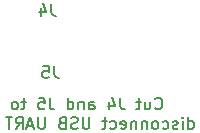
<source format=gbr>
G04 #@! TF.GenerationSoftware,KiCad,Pcbnew,5.1.5*
G04 #@! TF.CreationDate,2020-01-06T16:37:44-06:00*
G04 #@! TF.ProjectId,ATGM336H,4154474d-3333-4364-982e-6b696361645f,rev?*
G04 #@! TF.SameCoordinates,Original*
G04 #@! TF.FileFunction,Legend,Bot*
G04 #@! TF.FilePolarity,Positive*
%FSLAX46Y46*%
G04 Gerber Fmt 4.6, Leading zero omitted, Abs format (unit mm)*
G04 Created by KiCad (PCBNEW 5.1.5) date 2020-01-06 16:37:44*
%MOMM*%
%LPD*%
G04 APERTURE LIST*
%ADD10C,0.150000*%
G04 APERTURE END LIST*
D10*
X137869047Y-69282142D02*
X137916666Y-69329761D01*
X138059523Y-69377380D01*
X138154761Y-69377380D01*
X138297619Y-69329761D01*
X138392857Y-69234523D01*
X138440476Y-69139285D01*
X138488095Y-68948809D01*
X138488095Y-68805952D01*
X138440476Y-68615476D01*
X138392857Y-68520238D01*
X138297619Y-68425000D01*
X138154761Y-68377380D01*
X138059523Y-68377380D01*
X137916666Y-68425000D01*
X137869047Y-68472619D01*
X137011904Y-68710714D02*
X137011904Y-69377380D01*
X137440476Y-68710714D02*
X137440476Y-69234523D01*
X137392857Y-69329761D01*
X137297619Y-69377380D01*
X137154761Y-69377380D01*
X137059523Y-69329761D01*
X137011904Y-69282142D01*
X136678571Y-68710714D02*
X136297619Y-68710714D01*
X136535714Y-68377380D02*
X136535714Y-69234523D01*
X136488095Y-69329761D01*
X136392857Y-69377380D01*
X136297619Y-69377380D01*
X134916666Y-68377380D02*
X134916666Y-69091666D01*
X134964285Y-69234523D01*
X135059523Y-69329761D01*
X135202380Y-69377380D01*
X135297619Y-69377380D01*
X134011904Y-68710714D02*
X134011904Y-69377380D01*
X134250000Y-68329761D02*
X134488095Y-69044047D01*
X133869047Y-69044047D01*
X132297619Y-69377380D02*
X132297619Y-68853571D01*
X132345238Y-68758333D01*
X132440476Y-68710714D01*
X132630952Y-68710714D01*
X132726190Y-68758333D01*
X132297619Y-69329761D02*
X132392857Y-69377380D01*
X132630952Y-69377380D01*
X132726190Y-69329761D01*
X132773809Y-69234523D01*
X132773809Y-69139285D01*
X132726190Y-69044047D01*
X132630952Y-68996428D01*
X132392857Y-68996428D01*
X132297619Y-68948809D01*
X131821428Y-68710714D02*
X131821428Y-69377380D01*
X131821428Y-68805952D02*
X131773809Y-68758333D01*
X131678571Y-68710714D01*
X131535714Y-68710714D01*
X131440476Y-68758333D01*
X131392857Y-68853571D01*
X131392857Y-69377380D01*
X130488095Y-69377380D02*
X130488095Y-68377380D01*
X130488095Y-69329761D02*
X130583333Y-69377380D01*
X130773809Y-69377380D01*
X130869047Y-69329761D01*
X130916666Y-69282142D01*
X130964285Y-69186904D01*
X130964285Y-68901190D01*
X130916666Y-68805952D01*
X130869047Y-68758333D01*
X130773809Y-68710714D01*
X130583333Y-68710714D01*
X130488095Y-68758333D01*
X128964285Y-68377380D02*
X128964285Y-69091666D01*
X129011904Y-69234523D01*
X129107142Y-69329761D01*
X129250000Y-69377380D01*
X129345238Y-69377380D01*
X128011904Y-68377380D02*
X128488095Y-68377380D01*
X128535714Y-68853571D01*
X128488095Y-68805952D01*
X128392857Y-68758333D01*
X128154761Y-68758333D01*
X128059523Y-68805952D01*
X128011904Y-68853571D01*
X127964285Y-68948809D01*
X127964285Y-69186904D01*
X128011904Y-69282142D01*
X128059523Y-69329761D01*
X128154761Y-69377380D01*
X128392857Y-69377380D01*
X128488095Y-69329761D01*
X128535714Y-69282142D01*
X126916666Y-68710714D02*
X126535714Y-68710714D01*
X126773809Y-68377380D02*
X126773809Y-69234523D01*
X126726190Y-69329761D01*
X126630952Y-69377380D01*
X126535714Y-69377380D01*
X126059523Y-69377380D02*
X126154761Y-69329761D01*
X126202380Y-69282142D01*
X126250000Y-69186904D01*
X126250000Y-68901190D01*
X126202380Y-68805952D01*
X126154761Y-68758333D01*
X126059523Y-68710714D01*
X125916666Y-68710714D01*
X125821428Y-68758333D01*
X125773809Y-68805952D01*
X125726190Y-68901190D01*
X125726190Y-69186904D01*
X125773809Y-69282142D01*
X125821428Y-69329761D01*
X125916666Y-69377380D01*
X126059523Y-69377380D01*
X140702380Y-71027380D02*
X140702380Y-70027380D01*
X140702380Y-70979761D02*
X140797619Y-71027380D01*
X140988095Y-71027380D01*
X141083333Y-70979761D01*
X141130952Y-70932142D01*
X141178571Y-70836904D01*
X141178571Y-70551190D01*
X141130952Y-70455952D01*
X141083333Y-70408333D01*
X140988095Y-70360714D01*
X140797619Y-70360714D01*
X140702380Y-70408333D01*
X140226190Y-71027380D02*
X140226190Y-70360714D01*
X140226190Y-70027380D02*
X140273809Y-70075000D01*
X140226190Y-70122619D01*
X140178571Y-70075000D01*
X140226190Y-70027380D01*
X140226190Y-70122619D01*
X139797619Y-70979761D02*
X139702380Y-71027380D01*
X139511904Y-71027380D01*
X139416666Y-70979761D01*
X139369047Y-70884523D01*
X139369047Y-70836904D01*
X139416666Y-70741666D01*
X139511904Y-70694047D01*
X139654761Y-70694047D01*
X139750000Y-70646428D01*
X139797619Y-70551190D01*
X139797619Y-70503571D01*
X139750000Y-70408333D01*
X139654761Y-70360714D01*
X139511904Y-70360714D01*
X139416666Y-70408333D01*
X138511904Y-70979761D02*
X138607142Y-71027380D01*
X138797619Y-71027380D01*
X138892857Y-70979761D01*
X138940476Y-70932142D01*
X138988095Y-70836904D01*
X138988095Y-70551190D01*
X138940476Y-70455952D01*
X138892857Y-70408333D01*
X138797619Y-70360714D01*
X138607142Y-70360714D01*
X138511904Y-70408333D01*
X137940476Y-71027380D02*
X138035714Y-70979761D01*
X138083333Y-70932142D01*
X138130952Y-70836904D01*
X138130952Y-70551190D01*
X138083333Y-70455952D01*
X138035714Y-70408333D01*
X137940476Y-70360714D01*
X137797619Y-70360714D01*
X137702380Y-70408333D01*
X137654761Y-70455952D01*
X137607142Y-70551190D01*
X137607142Y-70836904D01*
X137654761Y-70932142D01*
X137702380Y-70979761D01*
X137797619Y-71027380D01*
X137940476Y-71027380D01*
X137178571Y-70360714D02*
X137178571Y-71027380D01*
X137178571Y-70455952D02*
X137130952Y-70408333D01*
X137035714Y-70360714D01*
X136892857Y-70360714D01*
X136797619Y-70408333D01*
X136750000Y-70503571D01*
X136750000Y-71027380D01*
X136273809Y-70360714D02*
X136273809Y-71027380D01*
X136273809Y-70455952D02*
X136226190Y-70408333D01*
X136130952Y-70360714D01*
X135988095Y-70360714D01*
X135892857Y-70408333D01*
X135845238Y-70503571D01*
X135845238Y-71027380D01*
X134988095Y-70979761D02*
X135083333Y-71027380D01*
X135273809Y-71027380D01*
X135369047Y-70979761D01*
X135416666Y-70884523D01*
X135416666Y-70503571D01*
X135369047Y-70408333D01*
X135273809Y-70360714D01*
X135083333Y-70360714D01*
X134988095Y-70408333D01*
X134940476Y-70503571D01*
X134940476Y-70598809D01*
X135416666Y-70694047D01*
X134083333Y-70979761D02*
X134178571Y-71027380D01*
X134369047Y-71027380D01*
X134464285Y-70979761D01*
X134511904Y-70932142D01*
X134559523Y-70836904D01*
X134559523Y-70551190D01*
X134511904Y-70455952D01*
X134464285Y-70408333D01*
X134369047Y-70360714D01*
X134178571Y-70360714D01*
X134083333Y-70408333D01*
X133797619Y-70360714D02*
X133416666Y-70360714D01*
X133654761Y-70027380D02*
X133654761Y-70884523D01*
X133607142Y-70979761D01*
X133511904Y-71027380D01*
X133416666Y-71027380D01*
X132321428Y-70027380D02*
X132321428Y-70836904D01*
X132273809Y-70932142D01*
X132226190Y-70979761D01*
X132130952Y-71027380D01*
X131940476Y-71027380D01*
X131845238Y-70979761D01*
X131797619Y-70932142D01*
X131750000Y-70836904D01*
X131750000Y-70027380D01*
X131321428Y-70979761D02*
X131178571Y-71027380D01*
X130940476Y-71027380D01*
X130845238Y-70979761D01*
X130797619Y-70932142D01*
X130750000Y-70836904D01*
X130750000Y-70741666D01*
X130797619Y-70646428D01*
X130845238Y-70598809D01*
X130940476Y-70551190D01*
X131130952Y-70503571D01*
X131226190Y-70455952D01*
X131273809Y-70408333D01*
X131321428Y-70313095D01*
X131321428Y-70217857D01*
X131273809Y-70122619D01*
X131226190Y-70075000D01*
X131130952Y-70027380D01*
X130892857Y-70027380D01*
X130750000Y-70075000D01*
X129988095Y-70503571D02*
X129845238Y-70551190D01*
X129797619Y-70598809D01*
X129750000Y-70694047D01*
X129750000Y-70836904D01*
X129797619Y-70932142D01*
X129845238Y-70979761D01*
X129940476Y-71027380D01*
X130321428Y-71027380D01*
X130321428Y-70027380D01*
X129988095Y-70027380D01*
X129892857Y-70075000D01*
X129845238Y-70122619D01*
X129797619Y-70217857D01*
X129797619Y-70313095D01*
X129845238Y-70408333D01*
X129892857Y-70455952D01*
X129988095Y-70503571D01*
X130321428Y-70503571D01*
X128559523Y-70027380D02*
X128559523Y-70836904D01*
X128511904Y-70932142D01*
X128464285Y-70979761D01*
X128369047Y-71027380D01*
X128178571Y-71027380D01*
X128083333Y-70979761D01*
X128035714Y-70932142D01*
X127988095Y-70836904D01*
X127988095Y-70027380D01*
X127559523Y-70741666D02*
X127083333Y-70741666D01*
X127654761Y-71027380D02*
X127321428Y-70027380D01*
X126988095Y-71027380D01*
X126083333Y-71027380D02*
X126416666Y-70551190D01*
X126654761Y-71027380D02*
X126654761Y-70027380D01*
X126273809Y-70027380D01*
X126178571Y-70075000D01*
X126130952Y-70122619D01*
X126083333Y-70217857D01*
X126083333Y-70360714D01*
X126130952Y-70455952D01*
X126178571Y-70503571D01*
X126273809Y-70551190D01*
X126654761Y-70551190D01*
X125797619Y-70027380D02*
X125226190Y-70027380D01*
X125511904Y-71027380D02*
X125511904Y-70027380D01*
X129333333Y-65702380D02*
X129333333Y-66416666D01*
X129380952Y-66559523D01*
X129476190Y-66654761D01*
X129619047Y-66702380D01*
X129714285Y-66702380D01*
X128380952Y-65702380D02*
X128857142Y-65702380D01*
X128904761Y-66178571D01*
X128857142Y-66130952D01*
X128761904Y-66083333D01*
X128523809Y-66083333D01*
X128428571Y-66130952D01*
X128380952Y-66178571D01*
X128333333Y-66273809D01*
X128333333Y-66511904D01*
X128380952Y-66607142D01*
X128428571Y-66654761D01*
X128523809Y-66702380D01*
X128761904Y-66702380D01*
X128857142Y-66654761D01*
X128904761Y-66607142D01*
X129083333Y-60452380D02*
X129083333Y-61166666D01*
X129130952Y-61309523D01*
X129226190Y-61404761D01*
X129369047Y-61452380D01*
X129464285Y-61452380D01*
X128178571Y-60785714D02*
X128178571Y-61452380D01*
X128416666Y-60404761D02*
X128654761Y-61119047D01*
X128035714Y-61119047D01*
M02*

</source>
